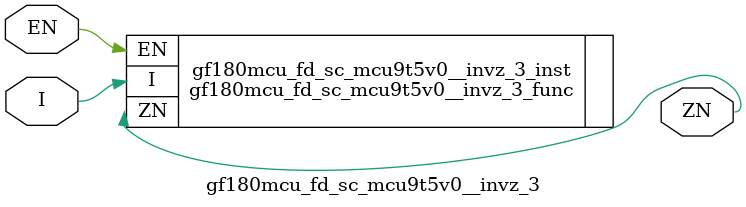
<source format=v>

module gf180mcu_fd_sc_mcu9t5v0__invz_3( EN, I, ZN );
input EN, I;
output ZN;

   `ifdef FUNCTIONAL  //  functional //

	gf180mcu_fd_sc_mcu9t5v0__invz_3_func gf180mcu_fd_sc_mcu9t5v0__invz_3_behav_inst(.EN(EN),.I(I),.ZN(ZN));

   `else

	gf180mcu_fd_sc_mcu9t5v0__invz_3_func gf180mcu_fd_sc_mcu9t5v0__invz_3_inst(.EN(EN),.I(I),.ZN(ZN));

	// spec_gates_begin


	// spec_gates_end



   specify

	// specify_block_begin

	// comb arc EN --> ZN
	 (EN => ZN) = (1.0,1.0);

	// comb arc I --> ZN
	 (I => ZN) = (1.0,1.0);

	// specify_block_end

   endspecify

   `endif

endmodule

</source>
